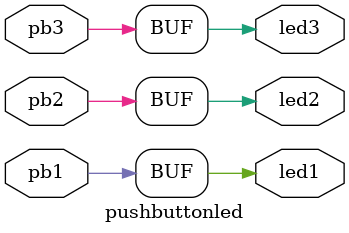
<source format=v>
`timescale 1ns / 1ps


module pushbuttonled(

   input pb1,
   input pb2,
   input pb3,
   output led1,
   output led2,
   output led3

    );
    
 assign led1=pb1;
 assign led2=pb2;
 assign led3=pb3;   
 
//or we can assign that

endmodule

</source>
